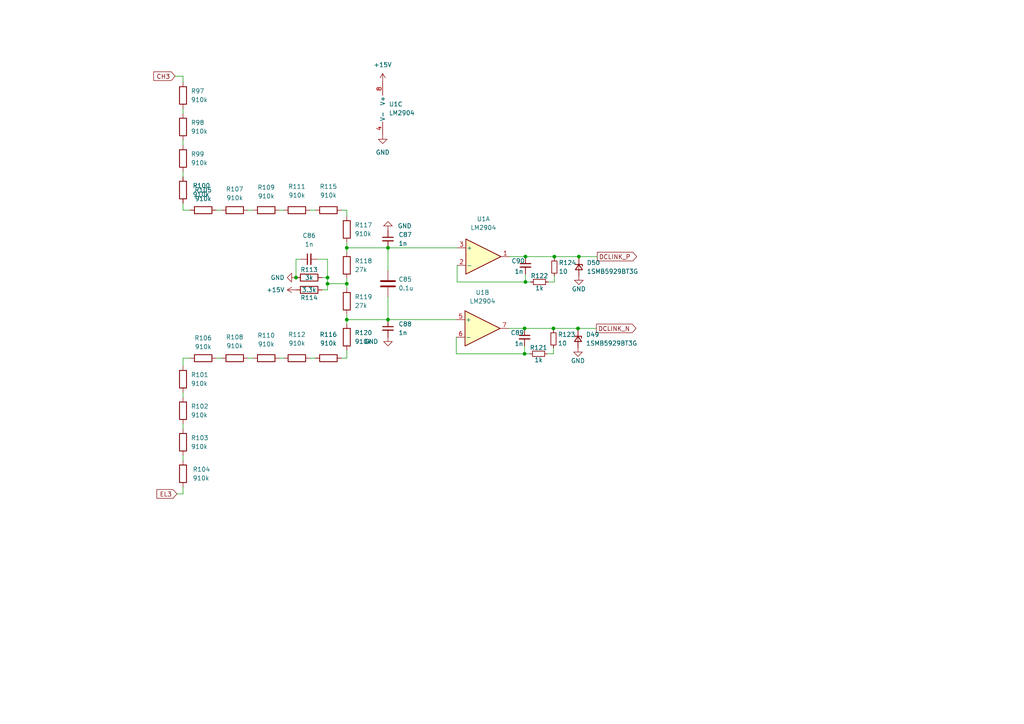
<source format=kicad_sch>
(kicad_sch (version 20211123) (generator eeschema)
  (paper "A4")
  (lib_symbols
    (symbol "Amplifier_Operational:LM2904" (pin_names (offset 0.127))
      (property "Reference" "U" (at 0 5.08 0))
      (property "Value" "LM2904" (at 0 -5.08 0))
      (symbol "LM2904_1_1"
        (polyline (pts (xy -5.08 5.08) (xy 5.08 0) (xy -5.08 -5.08) (xy -5.08 5.08)) (stroke (width 0.254)) (fill (type background)))
        (pin output line (at 7.62 0 180) (length 2.54) (name "~") (number "1"))
        (pin input line (at -7.62 -2.54 0) (length 2.54) (name "-") (number "2"))
        (pin input line (at -7.62 2.54 0) (length 2.54) (name "+") (number "3"))
      )
      (symbol "LM2904_2_1"
        (polyline (pts (xy -5.08 5.08) (xy 5.08 0) (xy -5.08 -5.08) (xy -5.08 5.08)) (stroke (width 0.254)) (fill (type background)))
        (pin input line (at -7.62 2.54 0) (length 2.54) (name "+") (number "5"))
        (pin input line (at -7.62 -2.54 0) (length 2.54) (name "-") (number "6"))
        (pin output line (at 7.62 0 180) (length 2.54) (name "~") (number "7"))
      )
      (symbol "LM2904_3_1"
        (pin power_in line (at -2.54 -7.62 90) (length 3.81) (name "V-") (number "4"))
        (pin power_in line (at -2.54 7.62 270) (length 3.81) (name "V+") (number "8"))
      )
    )
    (symbol "Device:C" (pin_numbers hide) (pin_names (offset 0.254))
      (property "Reference" "C" (at 0.635 2.54 0))
      (property "Value" "C" (at 0.635 -2.54 0))
      (symbol "C_0_1"
        (polyline (pts (xy -2.032 -0.762) (xy 2.032 -0.762)) (stroke (width 0.508)))
        (polyline (pts (xy -2.032 0.762) (xy 2.032 0.762)) (stroke (width 0.508)))
      )
      (symbol "C_1_1"
        (pin passive line (at 0 3.81 270) (length 2.794) (name "~") (number "1"))
        (pin passive line (at 0 -3.81 90) (length 2.794) (name "~") (number "2"))
      )
    )
    (symbol "Device:C_Small" (pin_numbers hide) (pin_names (offset 0.254) hide)
      (property "Reference" "C" (at 0.254 1.778 0))
      (property "Value" "C_Small" (at 0.254 -2.032 0))
      (symbol "C_Small_0_1"
        (polyline (pts (xy -1.524 -0.508) (xy 1.524 -0.508)) (stroke (width 0.3302)))
        (polyline (pts (xy -1.524 0.508) (xy 1.524 0.508)) (stroke (width 0.3048)))
      )
      (symbol "C_Small_1_1"
        (pin passive line (at 0 2.54 270) (length 2.032) (name "~") (number "1"))
        (pin passive line (at 0 -2.54 90) (length 2.032) (name "~") (number "2"))
      )
    )
    (symbol "Device:D_Zener_Small" (pin_numbers hide) (pin_names (offset 0.254) hide)
      (property "Reference" "D" (at 0 2.286 0))
      (property "Value" "D_Zener_Small" (at 0 -2.286 0))
      (symbol "D_Zener_Small_0_1"
        (polyline (pts (xy 0.762 0) (xy -0.762 0)))
        (polyline (pts (xy -0.254 1.016) (xy -0.762 1.016) (xy -0.762 -1.016)) (stroke (width 0.254)))
        (polyline (pts (xy 0.762 1.016) (xy -0.762 0) (xy 0.762 -1.016) (xy 0.762 1.016)) (stroke (width 0.254)))
      )
      (symbol "D_Zener_Small_1_1"
        (pin passive line (at -2.54 0 0) (length 1.778) (name "K") (number "1"))
        (pin passive line (at 2.54 0 180) (length 1.778) (name "A") (number "2"))
      )
    )
    (symbol "Device:R" (pin_numbers hide) (pin_names (offset 0))
      (property "Reference" "R" (at 2.032 0 90))
      (property "Value" "R" (at 0 0 90))
      (symbol "R_0_1"
        (rectangle (start -1.016 -2.54) (end 1.016 2.54) (stroke (width 0.254)))
      )
      (symbol "R_1_1"
        (pin passive line (at 0 3.81 270) (length 1.27) (name "~") (number "1"))
        (pin passive line (at 0 -3.81 90) (length 1.27) (name "~") (number "2"))
      )
    )
    (symbol "Device:R_Small" (pin_numbers hide) (pin_names (offset 0.254) hide)
      (property "Reference" "R" (at 0.762 0.508 0))
      (property "Value" "R_Small" (at 0.762 -1.016 0))
      (symbol "R_Small_0_1"
        (rectangle (start -0.762 1.778) (end 0.762 -1.778) (stroke (width 0.2032)))
      )
      (symbol "R_Small_1_1"
        (pin passive line (at 0 2.54 270) (length 0.762) (name "~") (number "1"))
        (pin passive line (at 0 -2.54 90) (length 0.762) (name "~") (number "2"))
      )
    )
    (symbol "power:+15V" (power) (pin_names (offset 0))
      (property "Value" "+15V" (at 0 3.556 0))
      (symbol "+15V_0_1"
        (polyline (pts (xy -0.762 1.27) (xy 0 2.54)))
        (polyline (pts (xy 0 0) (xy 0 2.54)))
        (polyline (pts (xy 0 2.54) (xy 0.762 1.27)))
      )
      (symbol "+15V_1_1"
        (pin power_in line (at 0 0 90) (length 0) hide (name "+15V") (number "1"))
      )
    )
    (symbol "power:GND" (power) (pin_names (offset 0))
      (property "Value" "GND" (at 0 -3.81 0))
      (symbol "GND_0_1"
        (polyline (pts (xy 0 0) (xy 0 -1.27) (xy 1.27 -1.27) (xy 0 -2.54) (xy -1.27 -1.27) (xy 0 -1.27)))
      )
      (symbol "GND_1_1"
        (pin power_in line (at 0 0 270) (length 0) hide (name "GND") (number "1"))
      )
    )
  )
  (junction (at 100.584 82.296))
  (junction (at 152.4 74.422))
  (junction (at 94.996 80.518))
  (junction (at 100.584 92.71))
  (junction (at 94.996 82.296))
  (junction (at 85.852 80.518))
  (junction (at 167.894 74.422))
  (junction (at 100.584 71.882))
  (junction (at 160.782 74.422))
  (junction (at 152.146 95.25))
  (junction (at 112.522 71.882))
  (junction (at 167.64 95.25))
  (junction (at 112.522 92.71))
  (junction (at 160.528 95.25))
  (junction (at 152.4 81.788))
  (junction (at 152.146 102.616))
  (wire (pts (xy 100.584 71.882) (xy 100.584 73.152)))
  (wire (pts (xy 100.584 91.186) (xy 100.584 92.71)))
  (wire (pts (xy 160.782 81.788) (xy 159.004 81.788)))
  (wire (pts (xy 132.588 76.962) (xy 132.588 81.788)))
  (wire (pts (xy 53.086 103.886) (xy 55.118 103.886)))
  (wire (pts (xy 53.086 113.792) (xy 53.086 115.316)))
  (wire (pts (xy 160.528 102.616) (xy 158.75 102.616)))
  (wire (pts (xy 112.522 92.71) (xy 100.584 92.71)))
  (wire (pts (xy 71.882 60.96) (xy 73.406 60.96)))
  (wire (pts (xy 100.584 71.882) (xy 112.522 71.882)))
  (wire (pts (xy 94.996 82.296) (xy 100.584 82.296)))
  (wire (pts (xy 152.146 102.616) (xy 153.67 102.616)))
  (wire (pts (xy 152.4 81.788) (xy 153.924 81.788)))
  (wire (pts (xy 147.574 95.25) (xy 152.146 95.25)))
  (wire (pts (xy 112.522 92.71) (xy 132.334 92.71)))
  (wire (pts (xy 53.086 22.098) (xy 53.086 23.876)))
  (wire (pts (xy 152.4 79.502) (xy 152.4 81.788)))
  (wire (pts (xy 62.738 103.886) (xy 64.262 103.886)))
  (wire (pts (xy 53.086 132.08) (xy 53.086 133.604)))
  (wire (pts (xy 160.528 100.838) (xy 160.528 102.616)))
  (wire (pts (xy 112.522 71.882) (xy 132.588 71.882)))
  (wire (pts (xy 100.584 92.71) (xy 100.584 93.98)))
  (wire (pts (xy 100.584 101.6) (xy 100.584 103.886)))
  (wire (pts (xy 53.086 103.886) (xy 53.086 106.172)))
  (wire (pts (xy 167.64 95.758) (xy 167.64 95.25)))
  (wire (pts (xy 100.584 60.96) (xy 100.584 62.738)))
  (wire (pts (xy 152.146 100.33) (xy 152.146 102.616)))
  (wire (pts (xy 100.584 80.772) (xy 100.584 82.296)))
  (wire (pts (xy 89.916 103.886) (xy 91.44 103.886)))
  (wire (pts (xy 81.026 60.96) (xy 82.296 60.96)))
  (wire (pts (xy 89.916 60.96) (xy 91.44 60.96)))
  (wire (pts (xy 53.086 60.96) (xy 55.118 60.96)))
  (wire (pts (xy 94.996 82.296) (xy 94.996 84.074)))
  (wire (pts (xy 100.584 82.296) (xy 100.584 83.566)))
  (wire (pts (xy 167.64 95.25) (xy 172.974 95.25)))
  (wire (pts (xy 94.996 80.518) (xy 94.996 82.296)))
  (wire (pts (xy 160.782 80.01) (xy 160.782 81.788)))
  (wire (pts (xy 132.334 102.616) (xy 152.146 102.616)))
  (wire (pts (xy 132.588 81.788) (xy 152.4 81.788)))
  (wire (pts (xy 94.996 75.184) (xy 94.996 80.518)))
  (wire (pts (xy 81.026 103.886) (xy 82.296 103.886)))
  (wire (pts (xy 132.334 97.79) (xy 132.334 102.616)))
  (wire (pts (xy 53.086 58.928) (xy 53.086 60.96)))
  (wire (pts (xy 53.086 143.256) (xy 53.086 141.224)))
  (wire (pts (xy 147.828 74.422) (xy 152.4 74.422)))
  (wire (pts (xy 92.202 75.184) (xy 94.996 75.184)))
  (wire (pts (xy 53.086 122.936) (xy 53.086 124.46)))
  (wire (pts (xy 87.122 75.184) (xy 85.852 75.184)))
  (wire (pts (xy 167.894 74.422) (xy 160.782 74.422)))
  (wire (pts (xy 152.4 74.422) (xy 160.782 74.422)))
  (wire (pts (xy 71.882 103.886) (xy 73.406 103.886)))
  (wire (pts (xy 167.64 95.25) (xy 160.528 95.25)))
  (wire (pts (xy 100.584 103.886) (xy 99.06 103.886)))
  (wire (pts (xy 93.472 80.518) (xy 94.996 80.518)))
  (wire (pts (xy 112.522 71.882) (xy 112.522 78.486)))
  (wire (pts (xy 160.782 74.422) (xy 160.782 74.93)))
  (wire (pts (xy 167.894 74.93) (xy 167.894 74.422)))
  (wire (pts (xy 167.894 74.422) (xy 173.228 74.422)))
  (wire (pts (xy 152.146 95.25) (xy 160.528 95.25)))
  (wire (pts (xy 100.584 70.358) (xy 100.584 71.882)))
  (wire (pts (xy 112.522 86.106) (xy 112.522 92.71)))
  (wire (pts (xy 53.086 31.496) (xy 53.086 33.02)))
  (wire (pts (xy 85.852 75.184) (xy 85.852 80.518)))
  (wire (pts (xy 53.086 49.784) (xy 53.086 51.308)))
  (wire (pts (xy 51.308 143.256) (xy 53.086 143.256)))
  (wire (pts (xy 53.086 40.64) (xy 53.086 42.164)))
  (wire (pts (xy 94.996 84.074) (xy 93.472 84.074)))
  (wire (pts (xy 160.528 95.25) (xy 160.528 95.758)))
  (wire (pts (xy 99.06 60.96) (xy 100.584 60.96)))
  (wire (pts (xy 50.8 22.098) (xy 53.086 22.098)))
  (wire (pts (xy 62.738 60.96) (xy 64.262 60.96)))
  (global_label "DCLINK_N" (shape output) (at 172.974 95.25 0) (property "Intersheet References" "${INTERSHEET_REFS}" (effects hide)))
  (global_label "DCLINK_P" (shape output) (at 173.228 74.422 0) (property "Intersheet References" "${INTERSHEET_REFS}" (effects hide)))
  (global_label "EL3" (shape input) (at 51.308 143.256 180) (property "Intersheet References" "${INTERSHEET_REFS}" (effects hide)))
  (global_label "CH3" (shape input) (at 50.8 22.098 180) (property "Intersheet References" "${INTERSHEET_REFS}" (effects hide)))
  (symbol (lib_id "Device:R") (at 95.25 60.96 90) (unit 1)
    (property "Reference" "R115" (at 95.25 54.102 90))
    (property "Value" "910k" (at 95.25 56.642 90))
    (property "Footprint" "Resistor_SMD:R_0805_2012Metric_Pad1.20x1.40mm_HandSolder" (effects hide))
  )
  (symbol (lib_id "Device:R") (at 53.086 109.982 0) (unit 1)
    (property "Reference" "R101" (at 55.372 108.7119 0) (effects (justify left)))
    (property "Value" "910k" (at 55.372 111.2519 0) (effects (justify left)))
    (property "Footprint" "Resistor_SMD:R_0805_2012Metric_Pad1.20x1.40mm_HandSolder" (effects hide))
  )
  (symbol (lib_id "power:GND") (at 112.522 97.79 0) (unit 1)
    (property "Reference" "#PWR09" (effects hide))
    (property "Value" "GND" (at 109.728 99.0601 0) (effects (justify right)))
  )
  (symbol (lib_id "Device:R") (at 53.086 137.414 180) (unit 1)
    (property "Reference" "R104" (at 55.88 136.1439 0) (effects (justify right)))
    (property "Value" "910k" (at 55.88 138.6839 0) (effects (justify right)))
    (property "Footprint" "Resistor_SMD:R_0805_2012Metric_Pad1.20x1.40mm_HandSolder" (effects hide))
  )
  (symbol (lib_id "Device:R") (at 89.662 84.074 270) (unit 1)
    (property "Reference" "R114" (at 89.662 86.36 90))
    (property "Value" "3.3k" (at 89.662 84.074 90))
    (property "Footprint" "Resistor_SMD:R_0805_2012Metric_Pad1.20x1.40mm_HandSolder" (effects hide))
  )
  (symbol (lib_id "Device:C_Small") (at 152.146 97.79 0) (unit 1)
    (property "Reference" "C89" (at 148.082 96.52 0) (effects (justify left)))
    (property "Value" "1n" (at 149.225 99.695 0) (effects (justify left)))
    (property "Footprint" "Capacitor_SMD:C_0805_2012Metric_Pad1.18x1.45mm_HandSolder" (effects hide))
  )
  (symbol (lib_id "Device:R") (at 100.584 76.962 0) (unit 1)
    (property "Reference" "R118" (at 102.87 75.6919 0) (effects (justify left)))
    (property "Value" "27k" (at 102.87 78.2319 0) (effects (justify left)))
    (property "Footprint" "Resistor_SMD:R_0805_2012Metric_Pad1.20x1.40mm_HandSolder" (effects hide))
  )
  (symbol (lib_id "Device:R_Small") (at 160.782 77.47 180) (unit 1)
    (property "Reference" "R124" (at 162.052 76.2 0) (effects (justify right)))
    (property "Value" "10" (at 162.052 78.74 0) (effects (justify right)))
    (property "Footprint" "Resistor_SMD:R_0805_2012Metric_Pad1.20x1.40mm_HandSolder" (effects hide))
  )
  (symbol (lib_id "Amplifier_Operational:LM2904") (at 140.208 74.422 0) (unit 1)
    (property "Reference" "U1" (at 140.208 63.5 0))
    (property "Value" "LM2904" (at 140.208 66.04 0))
    (property "Footprint" "Package_SO:SO-8_3.9x4.9mm_P1.27mm" (effects hide))
    (property "Datasheet" "http://www.ti.com/lit/ds/symlink/lm358.pdf" (effects hide))
  )
  (symbol (lib_id "Device:R") (at 58.928 103.886 90) (unit 1)
    (property "Reference" "R106" (at 58.928 98.044 90))
    (property "Value" "910k" (at 58.928 100.584 90))
    (property "Footprint" "Resistor_SMD:R_0805_2012Metric_Pad1.20x1.40mm_HandSolder" (effects hide))
  )
  (symbol (lib_id "Device:D_Zener_Small") (at 167.64 98.298 270) (unit 1)
    (property "Reference" "D49" (at 169.926 97.0279 90) (effects (justify left)))
    (property "Value" "1SMB5929BT3G" (at 169.926 99.5679 90) (effects (justify left)))
    (property "Footprint" "Diode_SMD:D_SMB" (effects hide))
  )
  (symbol (lib_id "Device:C_Small") (at 112.522 95.25 0) (unit 1)
    (property "Reference" "C88" (at 115.57 93.9862 0) (effects (justify left)))
    (property "Value" "1n" (at 115.57 96.5262 0) (effects (justify left)))
    (property "Footprint" "Capacitor_SMD:C_0805_2012Metric_Pad1.18x1.45mm_HandSolder" (effects hide))
  )
  (symbol (lib_id "Device:C_Small") (at 89.662 75.184 90) (unit 1)
    (property "Reference" "C86" (at 89.6683 68.326 90))
    (property "Value" "1n" (at 89.6683 70.866 90))
    (property "Footprint" "Capacitor_SMD:C_0805_2012Metric_Pad1.18x1.45mm_HandSolder" (effects hide))
  )
  (symbol (lib_id "Device:R") (at 100.584 97.79 0) (unit 1)
    (property "Reference" "R120" (at 102.87 96.5199 0) (effects (justify left)))
    (property "Value" "910k" (at 102.87 99.0599 0) (effects (justify left)))
    (property "Footprint" "Resistor_SMD:R_0805_2012Metric_Pad1.20x1.40mm_HandSolder" (effects hide))
  )
  (symbol (lib_id "Device:C_Small") (at 112.522 69.342 0) (unit 1)
    (property "Reference" "C87" (at 115.57 68.0782 0) (effects (justify left)))
    (property "Value" "1n" (at 115.57 70.6182 0) (effects (justify left)))
    (property "Footprint" "Capacitor_SMD:C_0805_2012Metric_Pad1.18x1.45mm_HandSolder" (effects hide))
  )
  (symbol (lib_id "Device:R") (at 86.106 103.886 90) (unit 1)
    (property "Reference" "R112" (at 86.106 97.028 90))
    (property "Value" "910k" (at 86.106 99.568 90))
    (property "Footprint" "Resistor_SMD:R_0805_2012Metric_Pad1.20x1.40mm_HandSolder" (effects hide))
  )
  (symbol (lib_id "power:GND") (at 167.894 80.01 0) (unit 1)
    (property "Reference" "#PWR012" (effects hide))
    (property "Value" "GND" (at 169.926 83.82 0) (effects (justify right)))
  )
  (symbol (lib_id "Device:R") (at 53.086 119.126 0) (unit 1)
    (property "Reference" "R102" (at 55.372 117.8559 0) (effects (justify left)))
    (property "Value" "910k" (at 55.372 120.3959 0) (effects (justify left)))
    (property "Footprint" "Resistor_SMD:R_0805_2012Metric_Pad1.20x1.40mm_HandSolder" (effects hide))
  )
  (symbol (lib_id "Amplifier_Operational:LM2904") (at 139.954 95.25 0) (unit 2)
    (property "Reference" "U1" (at 139.954 84.836 0))
    (property "Value" "LM2904" (at 139.954 87.376 0))
    (property "Footprint" "Package_SO:SO-8_3.9x4.9mm_P1.27mm" (effects hide))
    (property "Datasheet" "http://www.ti.com/lit/ds/symlink/lm358.pdf" (effects hide))
  )
  (symbol (lib_id "Device:R") (at 53.086 55.118 180) (unit 1)
    (property "Reference" "R100" (at 55.88 53.8479 0) (effects (justify right)))
    (property "Value" "910k" (at 55.88 56.3879 0) (effects (justify right)))
    (property "Footprint" "Resistor_SMD:R_0805_2012Metric_Pad1.20x1.40mm_HandSolder" (effects hide))
  )
  (symbol (lib_id "power:GND") (at 112.522 66.802 180) (unit 1)
    (property "Reference" "#PWR07" (effects hide))
    (property "Value" "GND" (at 115.316 65.5319 0) (effects (justify right)))
  )
  (symbol (lib_id "power:GND") (at 167.64 100.838 0) (unit 1)
    (property "Reference" "#PWR010" (effects hide))
    (property "Value" "GND" (at 169.672 104.648 0) (effects (justify right)))
  )
  (symbol (lib_id "Device:R") (at 53.086 36.83 0) (unit 1)
    (property "Reference" "R98" (at 55.372 35.5599 0) (effects (justify left)))
    (property "Value" "910k" (at 55.372 38.0999 0) (effects (justify left)))
    (property "Footprint" "Resistor_SMD:R_0805_2012Metric_Pad1.20x1.40mm_HandSolder" (effects hide))
  )
  (symbol (lib_id "Device:R") (at 77.216 60.96 90) (unit 1)
    (property "Reference" "R109" (at 77.216 54.356 90))
    (property "Value" "910k" (at 77.216 56.896 90))
    (property "Footprint" "Resistor_SMD:R_0805_2012Metric_Pad1.20x1.40mm_HandSolder" (effects hide))
  )
  (symbol (lib_id "Device:C_Small") (at 152.4 76.962 0) (unit 1)
    (property "Reference" "C90" (at 148.336 75.692 0) (effects (justify left)))
    (property "Value" "1n" (at 149.225 78.74 0) (effects (justify left)))
    (property "Footprint" "Capacitor_SMD:C_0805_2012Metric_Pad1.18x1.45mm_HandSolder" (effects hide))
  )
  (symbol (lib_id "Device:R") (at 89.662 80.518 90) (unit 1)
    (property "Reference" "R113" (at 89.662 78.232 90))
    (property "Value" "3k" (at 89.662 80.518 90))
    (property "Footprint" "Resistor_SMD:R_0805_2012Metric_Pad1.20x1.40mm_HandSolder" (effects hide))
  )
  (symbol (lib_id "Device:R") (at 68.072 103.886 90) (unit 1)
    (property "Reference" "R108" (at 68.072 97.79 90))
    (property "Value" "910k" (at 68.072 100.33 90))
    (property "Footprint" "Resistor_SMD:R_0805_2012Metric_Pad1.20x1.40mm_HandSolder" (effects hide))
  )
  (symbol (lib_id "Device:R") (at 53.086 27.686 0) (unit 1)
    (property "Reference" "R97" (at 55.372 26.4159 0) (effects (justify left)))
    (property "Value" "910k" (at 55.372 28.9559 0) (effects (justify left)))
    (property "Footprint" "Resistor_SMD:R_0805_2012Metric_Pad1.20x1.40mm_HandSolder" (effects hide))
  )
  (symbol (lib_id "Device:R") (at 53.086 128.27 0) (unit 1)
    (property "Reference" "R103" (at 55.372 126.9999 0) (effects (justify left)))
    (property "Value" "910k" (at 55.372 129.5399 0) (effects (justify left)))
    (property "Footprint" "Resistor_SMD:R_0805_2012Metric_Pad1.20x1.40mm_HandSolder" (effects hide))
  )
  (symbol (lib_id "Device:R") (at 77.216 103.886 90) (unit 1)
    (property "Reference" "R110" (at 77.216 97.282 90))
    (property "Value" "910k" (at 77.216 99.822 90))
    (property "Footprint" "Resistor_SMD:R_0805_2012Metric_Pad1.20x1.40mm_HandSolder" (effects hide))
  )
  (symbol (lib_id "Device:R") (at 58.928 60.96 90) (unit 1)
    (property "Reference" "R105" (at 58.928 55.118 90))
    (property "Value" "910k" (at 58.928 57.658 90))
    (property "Footprint" "Resistor_SMD:R_0805_2012Metric_Pad1.20x1.40mm_HandSolder" (effects hide))
  )
  (symbol (lib_id "Device:R_Small") (at 156.464 81.788 90) (unit 1)
    (property "Reference" "R122" (at 156.464 80.01 90))
    (property "Value" "1k" (at 156.464 83.566 90))
    (property "Footprint" "Resistor_SMD:R_0805_2012Metric_Pad1.20x1.40mm_HandSolder" (effects hide))
  )
  (symbol (lib_id "Device:R") (at 86.106 60.96 90) (unit 1)
    (property "Reference" "R111" (at 86.106 54.102 90))
    (property "Value" "910k" (at 86.106 56.642 90))
    (property "Footprint" "Resistor_SMD:R_0805_2012Metric_Pad1.20x1.40mm_HandSolder" (effects hide))
  )
  (symbol (lib_id "power:GND") (at 110.998 39.116 0) (unit 1)
    (property "Reference" "#PWR05" (effects hide))
    (property "Value" "GND" (at 110.998 44.196 0))
  )
  (symbol (lib_id "power:GND") (at 85.852 80.518 270) (unit 1)
    (property "Reference" "#PWR02" (effects hide))
    (property "Value" "GND" (at 82.55 80.5179 90) (effects (justify right)))
  )
  (symbol (lib_id "Device:C") (at 112.522 82.296 0) (unit 1)
    (property "Reference" "C85" (at 115.57 81.0259 0) (effects (justify left)))
    (property "Value" "0.1u" (at 115.57 83.5659 0) (effects (justify left)))
    (property "Footprint" "Capacitor_SMD:C_1206_3216Metric_Pad1.33x1.80mm_HandSolder" (effects hide))
  )
  (symbol (lib_id "Device:R") (at 100.584 66.548 0) (unit 1)
    (property "Reference" "R117" (at 102.87 65.2779 0) (effects (justify left)))
    (property "Value" "910k" (at 102.87 67.8179 0) (effects (justify left)))
    (property "Footprint" "Resistor_SMD:R_0805_2012Metric_Pad1.20x1.40mm_HandSolder" (effects hide))
  )
  (symbol (lib_id "Device:R_Small") (at 156.21 102.616 90) (unit 1)
    (property "Reference" "R121" (at 156.21 100.838 90))
    (property "Value" "1k" (at 156.21 104.394 90))
    (property "Footprint" "Resistor_SMD:R_0805_2012Metric_Pad1.20x1.40mm_HandSolder" (effects hide))
  )
  (symbol (lib_id "power:+15V") (at 85.852 84.074 90) (unit 1)
    (property "Reference" "#PWR03" (effects hide))
    (property "Value" "+15V" (at 82.55 84.0739 90) (effects (justify left)))
  )
  (symbol (lib_id "Device:R") (at 53.086 45.974 0) (unit 1)
    (property "Reference" "R99" (at 55.372 44.7039 0) (effects (justify left)))
    (property "Value" "910k" (at 55.372 47.2439 0) (effects (justify left)))
    (property "Footprint" "Resistor_SMD:R_0805_2012Metric_Pad1.20x1.40mm_HandSolder" (effects hide))
  )
  (symbol (lib_id "Amplifier_Operational:LM2904") (at 113.538 31.496 0) (unit 3)
    (property "Reference" "U1" (at 112.776 30.2259 0) (effects (justify left)))
    (property "Value" "LM2904" (at 112.776 32.7659 0) (effects (justify left)))
    (property "Footprint" "Package_SO:SO-8_3.9x4.9mm_P1.27mm" (effects hide))
    (property "Datasheet" "http://www.ti.com/lit/ds/symlink/lm358.pdf" (effects hide))
  )
  (symbol (lib_id "Device:R") (at 95.25 103.886 90) (unit 1)
    (property "Reference" "R116" (at 95.25 97.028 90))
    (property "Value" "910k" (at 95.25 99.568 90))
    (property "Footprint" "Resistor_SMD:R_0805_2012Metric_Pad1.20x1.40mm_HandSolder" (effects hide))
  )
  (symbol (lib_id "Device:R") (at 68.072 60.96 90) (unit 1)
    (property "Reference" "R107" (at 68.072 54.864 90))
    (property "Value" "910k" (at 68.072 57.404 90))
    (property "Footprint" "Resistor_SMD:R_0805_2012Metric_Pad1.20x1.40mm_HandSolder" (effects hide))
  )
  (symbol (lib_id "Device:R") (at 100.584 87.376 0) (unit 1)
    (property "Reference" "R119" (at 102.87 86.1059 0) (effects (justify left)))
    (property "Value" "27k" (at 102.87 88.6459 0) (effects (justify left)))
    (property "Footprint" "Resistor_SMD:R_0805_2012Metric_Pad1.20x1.40mm_HandSolder" (effects hide))
  )
  (symbol (lib_id "Device:D_Zener_Small") (at 167.894 77.47 270) (unit 1)
    (property "Reference" "D50" (at 170.18 76.1999 90) (effects (justify left)))
    (property "Value" "1SMB5929BT3G" (at 170.18 78.7399 90) (effects (justify left)))
    (property "Footprint" "Diode_SMD:D_SMB" (effects hide))
  )
  (symbol (lib_id "Device:R_Small") (at 160.528 98.298 180) (unit 1)
    (property "Reference" "R123" (at 161.798 97.028 0) (effects (justify right)))
    (property "Value" "10" (at 161.798 99.568 0) (effects (justify right)))
    (property "Footprint" "Resistor_SMD:R_0805_2012Metric_Pad1.20x1.40mm_HandSolder" (effects hide))
  )
  (symbol (lib_id "power:+15V") (at 110.998 23.876 0) (unit 1)
    (property "Reference" "#PWR04" (effects hide))
    (property "Value" "+15V" (at 110.998 18.796 0))
  )
)
</source>
